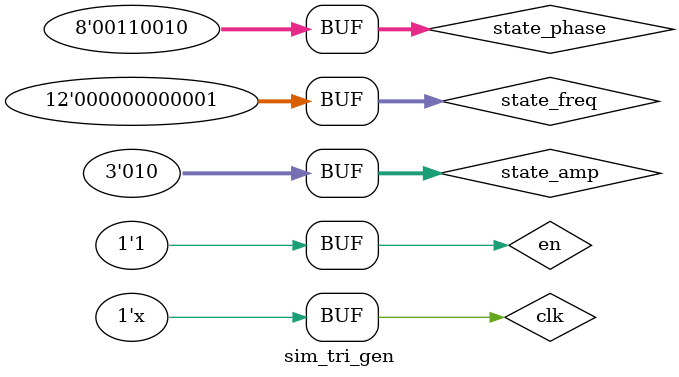
<source format=v>
`timescale 1us/100ns

module sim_tri_gen ();
    reg clk;
    
    initial clk <= 1'b0;
    
    always #1 clk <= ~clk;
    
    wire en;
    wire [11:0] state_freq;
    wire [2:0] state_amp;
    wire [7:0] state_phase;
    wire [13:0] DAC_in;
    
    assign en          = 1'b1;
    assign state_freq  = 12'd1;
    assign state_amp   = 3'd50;
    assign state_phase = 8'd50;
    
    tri_gen tri_gen_inst(
    .en(en),
    .clk(clk),
    .state_freq(state_freq),
    .state_amp(state_amp),
    .state_phase(state_phase),
    .DAC_in(DAC_in)
    );
endmodule

</source>
